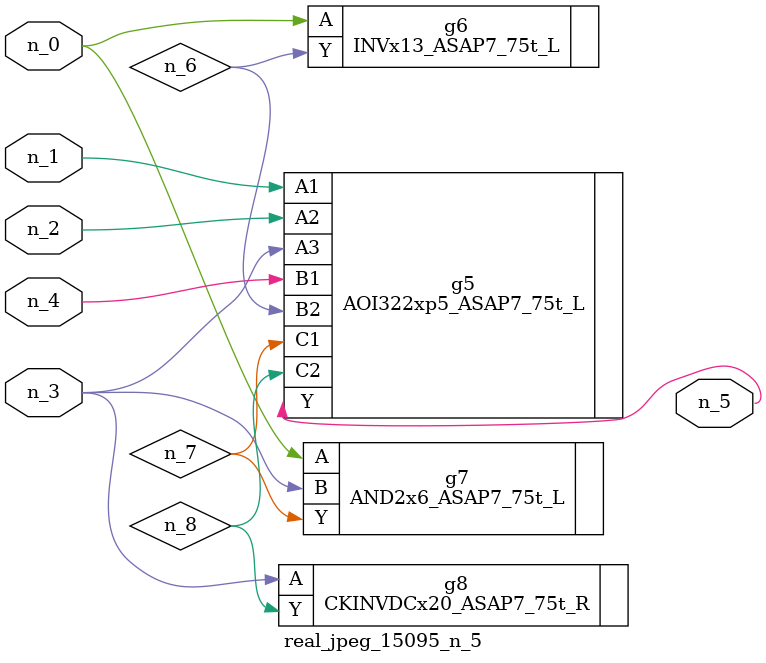
<source format=v>
module real_jpeg_15095_n_5 (n_4, n_0, n_1, n_2, n_3, n_5);

input n_4;
input n_0;
input n_1;
input n_2;
input n_3;

output n_5;

wire n_8;
wire n_6;
wire n_7;

INVx13_ASAP7_75t_L g6 ( 
.A(n_0),
.Y(n_6)
);

AND2x6_ASAP7_75t_L g7 ( 
.A(n_0),
.B(n_3),
.Y(n_7)
);

AOI322xp5_ASAP7_75t_L g5 ( 
.A1(n_1),
.A2(n_2),
.A3(n_3),
.B1(n_4),
.B2(n_6),
.C1(n_7),
.C2(n_8),
.Y(n_5)
);

CKINVDCx20_ASAP7_75t_R g8 ( 
.A(n_3),
.Y(n_8)
);


endmodule
</source>
